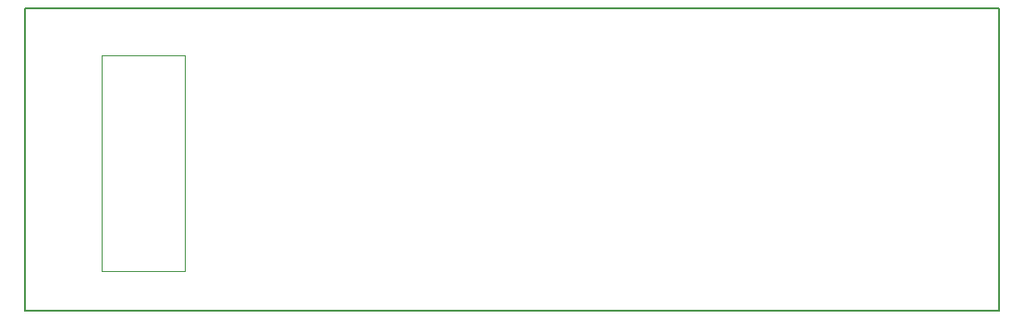
<source format=gbr>
G04 DesignSpark PCB Gerber Version 10.0 Build 5299*
G04 #@! TF.Part,Single*
G04 #@! TF.FileFunction,Other,v2021rev2 - Documentation*
G04 #@! TF.FilePolarity,Positive*
%FSLAX35Y35*%
%MOIN*%
%ADD13C,0.00100*%
%ADD25C,0.00500*%
G04 #@! TD.AperFunction*
X0Y0D02*
D02*
D13*
X57895Y16968D02*
Y95268D01*
X27995D01*
Y16968D01*
X57895D01*
D02*
D25*
X250Y2772D02*
X351431D01*
Y112220D01*
X250D01*
Y2772D01*
X0Y0D02*
M02*

</source>
